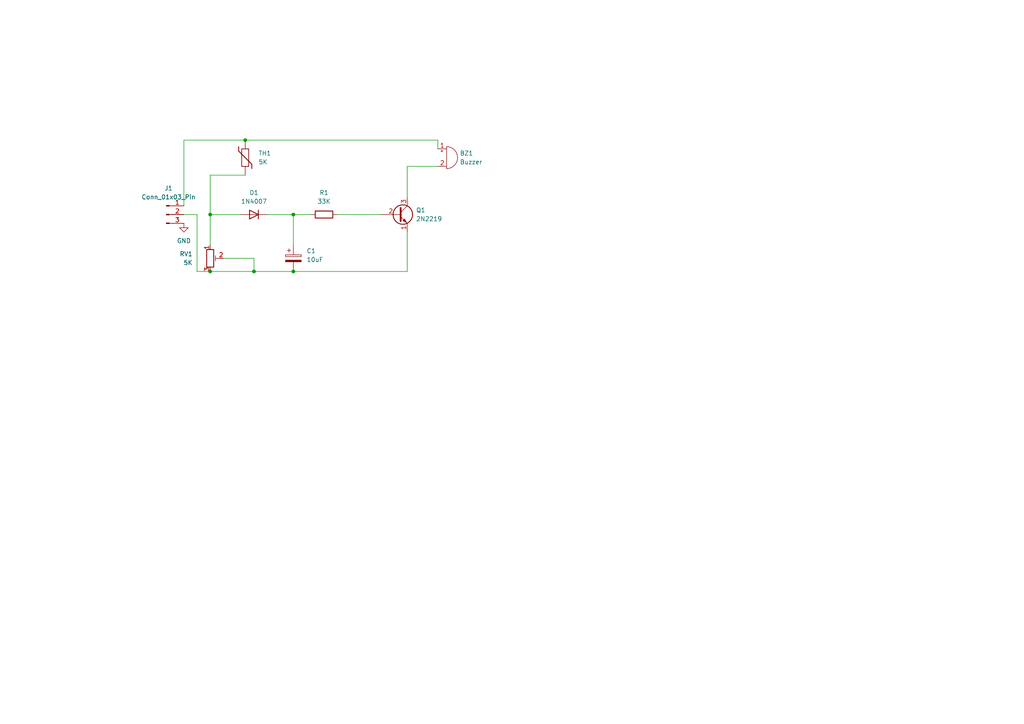
<source format=kicad_sch>
(kicad_sch (version 20230121) (generator eeschema)

  (uuid 2bf3cc7b-3515-4410-99e7-8cd3384f747f)

  (paper "A4")

  (title_block
    (title "Fire Sensor")
    (date "2024-02-26")
    (rev "v01")
    (comment 1 "By Karthik Thejendra")
  )

  (lib_symbols
    (symbol "Connector:Conn_01x03_Pin" (pin_names (offset 1.016) hide) (in_bom yes) (on_board yes)
      (property "Reference" "J" (at 0 5.08 0)
        (effects (font (size 1.27 1.27)))
      )
      (property "Value" "Conn_01x03_Pin" (at 0 -5.08 0)
        (effects (font (size 1.27 1.27)))
      )
      (property "Footprint" "" (at 0 0 0)
        (effects (font (size 1.27 1.27)) hide)
      )
      (property "Datasheet" "~" (at 0 0 0)
        (effects (font (size 1.27 1.27)) hide)
      )
      (property "ki_locked" "" (at 0 0 0)
        (effects (font (size 1.27 1.27)))
      )
      (property "ki_keywords" "connector" (at 0 0 0)
        (effects (font (size 1.27 1.27)) hide)
      )
      (property "ki_description" "Generic connector, single row, 01x03, script generated" (at 0 0 0)
        (effects (font (size 1.27 1.27)) hide)
      )
      (property "ki_fp_filters" "Connector*:*_1x??_*" (at 0 0 0)
        (effects (font (size 1.27 1.27)) hide)
      )
      (symbol "Conn_01x03_Pin_1_1"
        (polyline
          (pts
            (xy 1.27 -2.54)
            (xy 0.8636 -2.54)
          )
          (stroke (width 0.1524) (type default))
          (fill (type none))
        )
        (polyline
          (pts
            (xy 1.27 0)
            (xy 0.8636 0)
          )
          (stroke (width 0.1524) (type default))
          (fill (type none))
        )
        (polyline
          (pts
            (xy 1.27 2.54)
            (xy 0.8636 2.54)
          )
          (stroke (width 0.1524) (type default))
          (fill (type none))
        )
        (rectangle (start 0.8636 -2.413) (end 0 -2.667)
          (stroke (width 0.1524) (type default))
          (fill (type outline))
        )
        (rectangle (start 0.8636 0.127) (end 0 -0.127)
          (stroke (width 0.1524) (type default))
          (fill (type outline))
        )
        (rectangle (start 0.8636 2.667) (end 0 2.413)
          (stroke (width 0.1524) (type default))
          (fill (type outline))
        )
        (pin passive line (at 5.08 2.54 180) (length 3.81)
          (name "Pin_1" (effects (font (size 1.27 1.27))))
          (number "1" (effects (font (size 1.27 1.27))))
        )
        (pin passive line (at 5.08 0 180) (length 3.81)
          (name "Pin_2" (effects (font (size 1.27 1.27))))
          (number "2" (effects (font (size 1.27 1.27))))
        )
        (pin passive line (at 5.08 -2.54 180) (length 3.81)
          (name "Pin_3" (effects (font (size 1.27 1.27))))
          (number "3" (effects (font (size 1.27 1.27))))
        )
      )
    )
    (symbol "Device:Buzzer" (pin_names (offset 0.0254) hide) (in_bom yes) (on_board yes)
      (property "Reference" "BZ" (at 3.81 1.27 0)
        (effects (font (size 1.27 1.27)) (justify left))
      )
      (property "Value" "Buzzer" (at 3.81 -1.27 0)
        (effects (font (size 1.27 1.27)) (justify left))
      )
      (property "Footprint" "" (at -0.635 2.54 90)
        (effects (font (size 1.27 1.27)) hide)
      )
      (property "Datasheet" "~" (at -0.635 2.54 90)
        (effects (font (size 1.27 1.27)) hide)
      )
      (property "ki_keywords" "quartz resonator ceramic" (at 0 0 0)
        (effects (font (size 1.27 1.27)) hide)
      )
      (property "ki_description" "Buzzer, polarized" (at 0 0 0)
        (effects (font (size 1.27 1.27)) hide)
      )
      (property "ki_fp_filters" "*Buzzer*" (at 0 0 0)
        (effects (font (size 1.27 1.27)) hide)
      )
      (symbol "Buzzer_0_1"
        (arc (start 0 -3.175) (mid 3.1612 0) (end 0 3.175)
          (stroke (width 0) (type default))
          (fill (type none))
        )
        (polyline
          (pts
            (xy -1.651 1.905)
            (xy -1.143 1.905)
          )
          (stroke (width 0) (type default))
          (fill (type none))
        )
        (polyline
          (pts
            (xy -1.397 2.159)
            (xy -1.397 1.651)
          )
          (stroke (width 0) (type default))
          (fill (type none))
        )
        (polyline
          (pts
            (xy 0 3.175)
            (xy 0 -3.175)
          )
          (stroke (width 0) (type default))
          (fill (type none))
        )
      )
      (symbol "Buzzer_1_1"
        (pin passive line (at -2.54 2.54 0) (length 2.54)
          (name "-" (effects (font (size 1.27 1.27))))
          (number "1" (effects (font (size 1.27 1.27))))
        )
        (pin passive line (at -2.54 -2.54 0) (length 2.54)
          (name "+" (effects (font (size 1.27 1.27))))
          (number "2" (effects (font (size 1.27 1.27))))
        )
      )
    )
    (symbol "Device:C_Polarized" (pin_numbers hide) (pin_names (offset 0.254)) (in_bom yes) (on_board yes)
      (property "Reference" "C" (at 0.635 2.54 0)
        (effects (font (size 1.27 1.27)) (justify left))
      )
      (property "Value" "C_Polarized" (at 0.635 -2.54 0)
        (effects (font (size 1.27 1.27)) (justify left))
      )
      (property "Footprint" "" (at 0.9652 -3.81 0)
        (effects (font (size 1.27 1.27)) hide)
      )
      (property "Datasheet" "~" (at 0 0 0)
        (effects (font (size 1.27 1.27)) hide)
      )
      (property "ki_keywords" "cap capacitor" (at 0 0 0)
        (effects (font (size 1.27 1.27)) hide)
      )
      (property "ki_description" "Polarized capacitor" (at 0 0 0)
        (effects (font (size 1.27 1.27)) hide)
      )
      (property "ki_fp_filters" "CP_*" (at 0 0 0)
        (effects (font (size 1.27 1.27)) hide)
      )
      (symbol "C_Polarized_0_1"
        (rectangle (start -2.286 0.508) (end 2.286 1.016)
          (stroke (width 0) (type default))
          (fill (type none))
        )
        (polyline
          (pts
            (xy -1.778 2.286)
            (xy -0.762 2.286)
          )
          (stroke (width 0) (type default))
          (fill (type none))
        )
        (polyline
          (pts
            (xy -1.27 2.794)
            (xy -1.27 1.778)
          )
          (stroke (width 0) (type default))
          (fill (type none))
        )
        (rectangle (start 2.286 -0.508) (end -2.286 -1.016)
          (stroke (width 0) (type default))
          (fill (type outline))
        )
      )
      (symbol "C_Polarized_1_1"
        (pin passive line (at 0 3.81 270) (length 2.794)
          (name "~" (effects (font (size 1.27 1.27))))
          (number "1" (effects (font (size 1.27 1.27))))
        )
        (pin passive line (at 0 -3.81 90) (length 2.794)
          (name "~" (effects (font (size 1.27 1.27))))
          (number "2" (effects (font (size 1.27 1.27))))
        )
      )
    )
    (symbol "Device:D" (pin_numbers hide) (pin_names (offset 1.016) hide) (in_bom yes) (on_board yes)
      (property "Reference" "D" (at 0 2.54 0)
        (effects (font (size 1.27 1.27)))
      )
      (property "Value" "D" (at 0 -2.54 0)
        (effects (font (size 1.27 1.27)))
      )
      (property "Footprint" "" (at 0 0 0)
        (effects (font (size 1.27 1.27)) hide)
      )
      (property "Datasheet" "~" (at 0 0 0)
        (effects (font (size 1.27 1.27)) hide)
      )
      (property "Sim.Device" "D" (at 0 0 0)
        (effects (font (size 1.27 1.27)) hide)
      )
      (property "Sim.Pins" "1=K 2=A" (at 0 0 0)
        (effects (font (size 1.27 1.27)) hide)
      )
      (property "ki_keywords" "diode" (at 0 0 0)
        (effects (font (size 1.27 1.27)) hide)
      )
      (property "ki_description" "Diode" (at 0 0 0)
        (effects (font (size 1.27 1.27)) hide)
      )
      (property "ki_fp_filters" "TO-???* *_Diode_* *SingleDiode* D_*" (at 0 0 0)
        (effects (font (size 1.27 1.27)) hide)
      )
      (symbol "D_0_1"
        (polyline
          (pts
            (xy -1.27 1.27)
            (xy -1.27 -1.27)
          )
          (stroke (width 0.254) (type default))
          (fill (type none))
        )
        (polyline
          (pts
            (xy 1.27 0)
            (xy -1.27 0)
          )
          (stroke (width 0) (type default))
          (fill (type none))
        )
        (polyline
          (pts
            (xy 1.27 1.27)
            (xy 1.27 -1.27)
            (xy -1.27 0)
            (xy 1.27 1.27)
          )
          (stroke (width 0.254) (type default))
          (fill (type none))
        )
      )
      (symbol "D_1_1"
        (pin passive line (at -3.81 0 0) (length 2.54)
          (name "K" (effects (font (size 1.27 1.27))))
          (number "1" (effects (font (size 1.27 1.27))))
        )
        (pin passive line (at 3.81 0 180) (length 2.54)
          (name "A" (effects (font (size 1.27 1.27))))
          (number "2" (effects (font (size 1.27 1.27))))
        )
      )
    )
    (symbol "Device:R" (pin_numbers hide) (pin_names (offset 0)) (in_bom yes) (on_board yes)
      (property "Reference" "R" (at 2.032 0 90)
        (effects (font (size 1.27 1.27)))
      )
      (property "Value" "R" (at 0 0 90)
        (effects (font (size 1.27 1.27)))
      )
      (property "Footprint" "" (at -1.778 0 90)
        (effects (font (size 1.27 1.27)) hide)
      )
      (property "Datasheet" "~" (at 0 0 0)
        (effects (font (size 1.27 1.27)) hide)
      )
      (property "ki_keywords" "R res resistor" (at 0 0 0)
        (effects (font (size 1.27 1.27)) hide)
      )
      (property "ki_description" "Resistor" (at 0 0 0)
        (effects (font (size 1.27 1.27)) hide)
      )
      (property "ki_fp_filters" "R_*" (at 0 0 0)
        (effects (font (size 1.27 1.27)) hide)
      )
      (symbol "R_0_1"
        (rectangle (start -1.016 -2.54) (end 1.016 2.54)
          (stroke (width 0.254) (type default))
          (fill (type none))
        )
      )
      (symbol "R_1_1"
        (pin passive line (at 0 3.81 270) (length 1.27)
          (name "~" (effects (font (size 1.27 1.27))))
          (number "1" (effects (font (size 1.27 1.27))))
        )
        (pin passive line (at 0 -3.81 90) (length 1.27)
          (name "~" (effects (font (size 1.27 1.27))))
          (number "2" (effects (font (size 1.27 1.27))))
        )
      )
    )
    (symbol "Device:R_Potentiometer_Trim" (pin_names (offset 1.016) hide) (in_bom yes) (on_board yes)
      (property "Reference" "RV" (at -4.445 0 90)
        (effects (font (size 1.27 1.27)))
      )
      (property "Value" "R_Potentiometer_Trim" (at -2.54 0 90)
        (effects (font (size 1.27 1.27)))
      )
      (property "Footprint" "" (at 0 0 0)
        (effects (font (size 1.27 1.27)) hide)
      )
      (property "Datasheet" "~" (at 0 0 0)
        (effects (font (size 1.27 1.27)) hide)
      )
      (property "ki_keywords" "resistor variable trimpot trimmer" (at 0 0 0)
        (effects (font (size 1.27 1.27)) hide)
      )
      (property "ki_description" "Trim-potentiometer" (at 0 0 0)
        (effects (font (size 1.27 1.27)) hide)
      )
      (property "ki_fp_filters" "Potentiometer*" (at 0 0 0)
        (effects (font (size 1.27 1.27)) hide)
      )
      (symbol "R_Potentiometer_Trim_0_1"
        (polyline
          (pts
            (xy 1.524 0.762)
            (xy 1.524 -0.762)
          )
          (stroke (width 0) (type default))
          (fill (type none))
        )
        (polyline
          (pts
            (xy 2.54 0)
            (xy 1.524 0)
          )
          (stroke (width 0) (type default))
          (fill (type none))
        )
        (rectangle (start 1.016 2.54) (end -1.016 -2.54)
          (stroke (width 0.254) (type default))
          (fill (type none))
        )
      )
      (symbol "R_Potentiometer_Trim_1_1"
        (pin passive line (at 0 3.81 270) (length 1.27)
          (name "1" (effects (font (size 1.27 1.27))))
          (number "1" (effects (font (size 1.27 1.27))))
        )
        (pin passive line (at 3.81 0 180) (length 1.27)
          (name "2" (effects (font (size 1.27 1.27))))
          (number "2" (effects (font (size 1.27 1.27))))
        )
        (pin passive line (at 0 -3.81 90) (length 1.27)
          (name "3" (effects (font (size 1.27 1.27))))
          (number "3" (effects (font (size 1.27 1.27))))
        )
      )
    )
    (symbol "Device:Thermistor" (pin_numbers hide) (pin_names (offset 0)) (in_bom yes) (on_board yes)
      (property "Reference" "TH" (at 2.54 1.27 90)
        (effects (font (size 1.27 1.27)))
      )
      (property "Value" "Thermistor" (at -2.54 0 90)
        (effects (font (size 1.27 1.27)) (justify bottom))
      )
      (property "Footprint" "" (at 0 0 0)
        (effects (font (size 1.27 1.27)) hide)
      )
      (property "Datasheet" "~" (at 0 0 0)
        (effects (font (size 1.27 1.27)) hide)
      )
      (property "ki_keywords" "R res thermistor" (at 0 0 0)
        (effects (font (size 1.27 1.27)) hide)
      )
      (property "ki_description" "Temperature dependent resistor" (at 0 0 0)
        (effects (font (size 1.27 1.27)) hide)
      )
      (property "ki_fp_filters" "R_*" (at 0 0 0)
        (effects (font (size 1.27 1.27)) hide)
      )
      (symbol "Thermistor_0_1"
        (rectangle (start -1.016 2.54) (end 1.016 -2.54)
          (stroke (width 0.2032) (type default))
          (fill (type none))
        )
        (polyline
          (pts
            (xy -1.905 3.175)
            (xy -1.905 1.905)
            (xy 1.905 -1.905)
            (xy 1.905 -3.175)
            (xy 1.905 -3.175)
          )
          (stroke (width 0.254) (type default))
          (fill (type none))
        )
      )
      (symbol "Thermistor_1_1"
        (pin passive line (at 0 5.08 270) (length 2.54)
          (name "~" (effects (font (size 1.27 1.27))))
          (number "1" (effects (font (size 1.27 1.27))))
        )
        (pin passive line (at 0 -5.08 90) (length 2.54)
          (name "~" (effects (font (size 1.27 1.27))))
          (number "2" (effects (font (size 1.27 1.27))))
        )
      )
    )
    (symbol "Transistor_BJT:2N2219" (pin_names (offset 0) hide) (in_bom yes) (on_board yes)
      (property "Reference" "Q" (at 5.08 1.905 0)
        (effects (font (size 1.27 1.27)) (justify left))
      )
      (property "Value" "2N2219" (at 5.08 0 0)
        (effects (font (size 1.27 1.27)) (justify left))
      )
      (property "Footprint" "Package_TO_SOT_THT:TO-39-3" (at 5.08 -1.905 0)
        (effects (font (size 1.27 1.27) italic) (justify left) hide)
      )
      (property "Datasheet" "http://www.onsemi.com/pub_link/Collateral/2N2219-D.PDF" (at 0 0 0)
        (effects (font (size 1.27 1.27)) (justify left) hide)
      )
      (property "ki_keywords" "NPN Transistor" (at 0 0 0)
        (effects (font (size 1.27 1.27)) hide)
      )
      (property "ki_description" "800mA Ic, 50V Vce, NPN Transistor, TO-39" (at 0 0 0)
        (effects (font (size 1.27 1.27)) hide)
      )
      (property "ki_fp_filters" "TO?39*" (at 0 0 0)
        (effects (font (size 1.27 1.27)) hide)
      )
      (symbol "2N2219_0_1"
        (polyline
          (pts
            (xy 0.635 0.635)
            (xy 2.54 2.54)
          )
          (stroke (width 0) (type default))
          (fill (type none))
        )
        (polyline
          (pts
            (xy 0.635 -0.635)
            (xy 2.54 -2.54)
            (xy 2.54 -2.54)
          )
          (stroke (width 0) (type default))
          (fill (type none))
        )
        (polyline
          (pts
            (xy 0.635 1.905)
            (xy 0.635 -1.905)
            (xy 0.635 -1.905)
          )
          (stroke (width 0.508) (type default))
          (fill (type none))
        )
        (polyline
          (pts
            (xy 1.27 -1.778)
            (xy 1.778 -1.27)
            (xy 2.286 -2.286)
            (xy 1.27 -1.778)
            (xy 1.27 -1.778)
          )
          (stroke (width 0) (type default))
          (fill (type outline))
        )
        (circle (center 1.27 0) (radius 2.8194)
          (stroke (width 0.254) (type default))
          (fill (type none))
        )
      )
      (symbol "2N2219_1_1"
        (pin passive line (at 2.54 -5.08 90) (length 2.54)
          (name "E" (effects (font (size 1.27 1.27))))
          (number "1" (effects (font (size 1.27 1.27))))
        )
        (pin passive line (at -5.08 0 0) (length 5.715)
          (name "B" (effects (font (size 1.27 1.27))))
          (number "2" (effects (font (size 1.27 1.27))))
        )
        (pin passive line (at 2.54 5.08 270) (length 2.54)
          (name "C" (effects (font (size 1.27 1.27))))
          (number "3" (effects (font (size 1.27 1.27))))
        )
      )
    )
    (symbol "power:GND" (power) (pin_names (offset 0)) (in_bom yes) (on_board yes)
      (property "Reference" "#PWR" (at 0 -6.35 0)
        (effects (font (size 1.27 1.27)) hide)
      )
      (property "Value" "GND" (at 0 -3.81 0)
        (effects (font (size 1.27 1.27)))
      )
      (property "Footprint" "" (at 0 0 0)
        (effects (font (size 1.27 1.27)) hide)
      )
      (property "Datasheet" "" (at 0 0 0)
        (effects (font (size 1.27 1.27)) hide)
      )
      (property "ki_keywords" "global power" (at 0 0 0)
        (effects (font (size 1.27 1.27)) hide)
      )
      (property "ki_description" "Power symbol creates a global label with name \"GND\" , ground" (at 0 0 0)
        (effects (font (size 1.27 1.27)) hide)
      )
      (symbol "GND_0_1"
        (polyline
          (pts
            (xy 0 0)
            (xy 0 -1.27)
            (xy 1.27 -1.27)
            (xy 0 -2.54)
            (xy -1.27 -1.27)
            (xy 0 -1.27)
          )
          (stroke (width 0) (type default))
          (fill (type none))
        )
      )
      (symbol "GND_1_1"
        (pin power_in line (at 0 0 270) (length 0) hide
          (name "GND" (effects (font (size 1.27 1.27))))
          (number "1" (effects (font (size 1.27 1.27))))
        )
      )
    )
  )

  (junction (at 73.66 78.74) (diameter 0) (color 0 0 0 0)
    (uuid 72773405-6ff7-4f0e-b664-27bf4b021eae)
  )
  (junction (at 85.09 62.23) (diameter 0) (color 0 0 0 0)
    (uuid 75321174-2924-4063-9db5-5bee26b579c4)
  )
  (junction (at 85.09 78.74) (diameter 0) (color 0 0 0 0)
    (uuid 7aaddbe6-3129-4147-950e-24a9575d6e08)
  )
  (junction (at 60.96 78.74) (diameter 0) (color 0 0 0 0)
    (uuid 92fe9258-302b-4f73-8fa3-9ce5e6067902)
  )
  (junction (at 71.12 40.64) (diameter 0) (color 0 0 0 0)
    (uuid 99f8b523-53e7-4a47-8dec-14b0ef05e7a9)
  )
  (junction (at 60.96 62.23) (diameter 0) (color 0 0 0 0)
    (uuid a64c9c69-4170-4d5c-bc41-58d77dff0087)
  )

  (wire (pts (xy 127 48.26) (xy 118.11 48.26))
    (stroke (width 0) (type default))
    (uuid 06b4ff03-1d04-47fc-ba90-6a9ab0f154c8)
  )
  (wire (pts (xy 64.77 74.93) (xy 73.66 74.93))
    (stroke (width 0) (type default))
    (uuid 087cf404-fb2c-44a1-ab07-9d99d1fcf320)
  )
  (wire (pts (xy 73.66 78.74) (xy 85.09 78.74))
    (stroke (width 0) (type default))
    (uuid 1022e380-9800-46c2-bb86-950e1242e4b3)
  )
  (wire (pts (xy 85.09 62.23) (xy 90.17 62.23))
    (stroke (width 0) (type default))
    (uuid 1a027b33-f401-49b8-b4a3-d41c069d8daf)
  )
  (wire (pts (xy 60.96 62.23) (xy 69.85 62.23))
    (stroke (width 0) (type default))
    (uuid 37d4b822-a91b-4963-ad7f-d324a7f414e1)
  )
  (wire (pts (xy 53.34 40.64) (xy 71.12 40.64))
    (stroke (width 0) (type default))
    (uuid 3f7f5063-92d3-4497-8bc9-0ba91303a633)
  )
  (wire (pts (xy 71.12 40.64) (xy 127 40.64))
    (stroke (width 0) (type default))
    (uuid 5364342b-785f-4b9e-b44f-886fb36aef7c)
  )
  (wire (pts (xy 53.34 59.69) (xy 53.34 40.64))
    (stroke (width 0) (type default))
    (uuid 66b61556-1aab-4119-b55d-c5ac7d3291c2)
  )
  (wire (pts (xy 85.09 62.23) (xy 85.09 71.12))
    (stroke (width 0) (type default))
    (uuid 6cf19604-1be1-4550-8bc9-689333a8d0e7)
  )
  (wire (pts (xy 85.09 78.74) (xy 118.11 78.74))
    (stroke (width 0) (type default))
    (uuid 7c159230-d08d-4f4c-a255-76b563e9356c)
  )
  (wire (pts (xy 60.96 50.8) (xy 60.96 62.23))
    (stroke (width 0) (type default))
    (uuid 8ddd193f-12d8-45f5-b93f-ed20e3774e8b)
  )
  (wire (pts (xy 73.66 74.93) (xy 73.66 78.74))
    (stroke (width 0) (type default))
    (uuid 9c6d1245-52e7-48d2-a717-7101233c5a65)
  )
  (wire (pts (xy 77.47 62.23) (xy 85.09 62.23))
    (stroke (width 0) (type default))
    (uuid a4dec8cc-194c-443f-b7b2-a1afe68fc7dd)
  )
  (wire (pts (xy 118.11 78.74) (xy 118.11 67.31))
    (stroke (width 0) (type default))
    (uuid a91f2921-6956-4275-ab53-e8177cf9e3ca)
  )
  (wire (pts (xy 118.11 48.26) (xy 118.11 57.15))
    (stroke (width 0) (type default))
    (uuid ab6bebb8-a91c-4287-af50-af43a28311f6)
  )
  (wire (pts (xy 60.96 62.23) (xy 60.96 71.12))
    (stroke (width 0) (type default))
    (uuid b43d4032-0bd3-43f6-85e7-f95293750e12)
  )
  (wire (pts (xy 127 40.64) (xy 127 43.18))
    (stroke (width 0) (type default))
    (uuid b84e5a30-54d2-4149-b261-d46f80e466be)
  )
  (wire (pts (xy 53.34 62.23) (xy 57.15 62.23))
    (stroke (width 0) (type default))
    (uuid ba4dec8f-a147-4619-81f4-4669eb588cb8)
  )
  (wire (pts (xy 57.15 78.74) (xy 60.96 78.74))
    (stroke (width 0) (type default))
    (uuid bf1d688d-c1c0-473b-8aaa-4fe842e6b285)
  )
  (wire (pts (xy 57.15 62.23) (xy 57.15 78.74))
    (stroke (width 0) (type default))
    (uuid bf8c1e90-2cfd-45ad-b459-724313f9690f)
  )
  (wire (pts (xy 60.96 78.74) (xy 73.66 78.74))
    (stroke (width 0) (type default))
    (uuid d6207d4a-be99-4d68-9c5e-7073e8e24b47)
  )
  (wire (pts (xy 97.79 62.23) (xy 110.49 62.23))
    (stroke (width 0) (type default))
    (uuid ea294e96-8cc4-4512-ad0b-7875b4ed5d5a)
  )
  (wire (pts (xy 71.12 50.8) (xy 60.96 50.8))
    (stroke (width 0) (type default))
    (uuid f590d33a-af2e-4dbe-a447-9713e4a7f857)
  )

  (symbol (lib_id "Device:R_Potentiometer_Trim") (at 60.96 74.93 0) (unit 1)
    (in_bom yes) (on_board yes) (dnp no)
    (uuid 00906b55-c7f9-4bf5-a0d2-ccf19de95342)
    (property "Reference" "RV1" (at 55.88 73.66 0)
      (effects (font (size 1.27 1.27)) (justify right))
    )
    (property "Value" "5K" (at 55.88 76.2 0)
      (effects (font (size 1.27 1.27)) (justify right))
    )
    (property "Footprint" "Potentiometer_THT:Potentiometer_ACP_CA6-H2,5_Horizontal" (at 60.96 74.93 0)
      (effects (font (size 1.27 1.27)) hide)
    )
    (property "Datasheet" "~" (at 60.96 74.93 0)
      (effects (font (size 1.27 1.27)) hide)
    )
    (pin "1" (uuid 5ed8997f-7c7f-467e-8542-c1745d3a197a))
    (pin "2" (uuid d6d6137a-6ebc-4cb6-9447-515fc1348e8b))
    (pin "3" (uuid 9b3dd25d-f802-4378-a35d-fc1a391ae987))
    (instances
      (project "ABC"
        (path "/2bf3cc7b-3515-4410-99e7-8cd3384f747f"
          (reference "RV1") (unit 1)
        )
      )
    )
  )

  (symbol (lib_id "power:GND") (at 53.34 64.77 0) (unit 1)
    (in_bom yes) (on_board yes) (dnp no) (fields_autoplaced)
    (uuid 29e3c18f-5dd5-4613-a8b2-15835240c7e7)
    (property "Reference" "#PWR01" (at 53.34 71.12 0)
      (effects (font (size 1.27 1.27)) hide)
    )
    (property "Value" "GND" (at 53.34 69.85 0)
      (effects (font (size 1.27 1.27)))
    )
    (property "Footprint" "" (at 53.34 64.77 0)
      (effects (font (size 1.27 1.27)) hide)
    )
    (property "Datasheet" "" (at 53.34 64.77 0)
      (effects (font (size 1.27 1.27)) hide)
    )
    (pin "1" (uuid 895eca8b-0981-465c-8512-98282927b859))
    (instances
      (project "ABC"
        (path "/2bf3cc7b-3515-4410-99e7-8cd3384f747f"
          (reference "#PWR01") (unit 1)
        )
      )
    )
  )

  (symbol (lib_id "Device:C_Polarized") (at 85.09 74.93 0) (unit 1)
    (in_bom yes) (on_board yes) (dnp no) (fields_autoplaced)
    (uuid 2e5ec6be-b812-4292-9915-ecfa4827f519)
    (property "Reference" "C1" (at 88.9 72.771 0)
      (effects (font (size 1.27 1.27)) (justify left))
    )
    (property "Value" "10uF" (at 88.9 75.311 0)
      (effects (font (size 1.27 1.27)) (justify left))
    )
    (property "Footprint" "Capacitor_THT:CP_Radial_D10.0mm_P3.50mm" (at 86.0552 78.74 0)
      (effects (font (size 1.27 1.27)) hide)
    )
    (property "Datasheet" "~" (at 85.09 74.93 0)
      (effects (font (size 1.27 1.27)) hide)
    )
    (pin "1" (uuid c3d9e475-c6ac-4002-8d50-e8d70fce983a))
    (pin "2" (uuid bf5b8e2b-cf21-45b3-a442-7fb8a6ba8eb9))
    (instances
      (project "ABC"
        (path "/2bf3cc7b-3515-4410-99e7-8cd3384f747f"
          (reference "C1") (unit 1)
        )
      )
    )
  )

  (symbol (lib_id "Connector:Conn_01x03_Pin") (at 48.26 62.23 0) (unit 1)
    (in_bom yes) (on_board yes) (dnp no) (fields_autoplaced)
    (uuid 3cd6b6d1-eab2-4134-8a2c-06e231b1637a)
    (property "Reference" "J1" (at 48.895 54.61 0)
      (effects (font (size 1.27 1.27)))
    )
    (property "Value" "Conn_01x03_Pin" (at 48.895 57.15 0)
      (effects (font (size 1.27 1.27)))
    )
    (property "Footprint" "Connector_PinSocket_2.00mm:PinSocket_1x03_P2.00mm_Vertical_SMD_Pin1Right" (at 48.26 62.23 0)
      (effects (font (size 1.27 1.27)) hide)
    )
    (property "Datasheet" "~" (at 48.26 62.23 0)
      (effects (font (size 1.27 1.27)) hide)
    )
    (pin "1" (uuid 1218c52b-91a5-48a0-a1e5-2bc06806c997))
    (pin "2" (uuid e8e4d86b-6e65-4f7b-8830-f2c4bfbad6e6))
    (pin "3" (uuid 4b176bfb-be90-4d1e-bc45-9019ff5699c8))
    (instances
      (project "ABC"
        (path "/2bf3cc7b-3515-4410-99e7-8cd3384f747f"
          (reference "J1") (unit 1)
        )
      )
    )
  )

  (symbol (lib_id "Device:Thermistor") (at 71.12 45.72 0) (unit 1)
    (in_bom yes) (on_board yes) (dnp no) (fields_autoplaced)
    (uuid 76d54a3c-cc16-49ee-a64a-8cd872b7a4ce)
    (property "Reference" "TH1" (at 74.93 44.45 0)
      (effects (font (size 1.27 1.27)) (justify left))
    )
    (property "Value" "5K" (at 74.93 46.99 0)
      (effects (font (size 1.27 1.27)) (justify left))
    )
    (property "Footprint" "Connector_PinHeader_2.00mm:PinHeader_1x02_P2.00mm_Vertical" (at 71.12 45.72 0)
      (effects (font (size 1.27 1.27)) hide)
    )
    (property "Datasheet" "~" (at 71.12 45.72 0)
      (effects (font (size 1.27 1.27)) hide)
    )
    (pin "1" (uuid 2c003603-8df6-49b7-8a37-544424fd9f3a))
    (pin "2" (uuid d67eb0ef-8c11-4953-aa98-e648ffa0b570))
    (instances
      (project "ABC"
        (path "/2bf3cc7b-3515-4410-99e7-8cd3384f747f"
          (reference "TH1") (unit 1)
        )
      )
    )
  )

  (symbol (lib_id "Device:D") (at 73.66 62.23 180) (unit 1)
    (in_bom yes) (on_board yes) (dnp no) (fields_autoplaced)
    (uuid b346be29-db6b-42fd-932e-7e29bb63b549)
    (property "Reference" "D1" (at 73.66 55.88 0)
      (effects (font (size 1.27 1.27)))
    )
    (property "Value" "1N4007" (at 73.66 58.42 0)
      (effects (font (size 1.27 1.27)))
    )
    (property "Footprint" "Diode_THT:D_5KP_P10.16mm_Horizontal" (at 73.66 62.23 0)
      (effects (font (size 1.27 1.27)) hide)
    )
    (property "Datasheet" "~" (at 73.66 62.23 0)
      (effects (font (size 1.27 1.27)) hide)
    )
    (property "Sim.Device" "D" (at 73.66 62.23 0)
      (effects (font (size 1.27 1.27)) hide)
    )
    (property "Sim.Pins" "1=K 2=A" (at 73.66 62.23 0)
      (effects (font (size 1.27 1.27)) hide)
    )
    (pin "1" (uuid 1aaea27a-c4d2-4d0b-9a34-c671db5c31f8))
    (pin "2" (uuid 4098db8e-3425-4e7b-933d-912d3bac95f8))
    (instances
      (project "ABC"
        (path "/2bf3cc7b-3515-4410-99e7-8cd3384f747f"
          (reference "D1") (unit 1)
        )
      )
    )
  )

  (symbol (lib_id "Device:Buzzer") (at 129.54 45.72 0) (unit 1)
    (in_bom yes) (on_board yes) (dnp no) (fields_autoplaced)
    (uuid bc4d706b-5cfb-4880-a175-ee2759c74514)
    (property "Reference" "BZ1" (at 133.35 44.45 0)
      (effects (font (size 1.27 1.27)) (justify left))
    )
    (property "Value" "Buzzer" (at 133.35 46.99 0)
      (effects (font (size 1.27 1.27)) (justify left))
    )
    (property "Footprint" "Buzzer_Beeper:Buzzer_12x9.5RM7.6" (at 128.905 43.18 90)
      (effects (font (size 1.27 1.27)) hide)
    )
    (property "Datasheet" "~" (at 128.905 43.18 90)
      (effects (font (size 1.27 1.27)) hide)
    )
    (pin "1" (uuid 25a28f6e-7700-402f-8ca8-46390b7f1912))
    (pin "2" (uuid 7a752881-9ab9-494f-b738-03878f722bef))
    (instances
      (project "ABC"
        (path "/2bf3cc7b-3515-4410-99e7-8cd3384f747f"
          (reference "BZ1") (unit 1)
        )
      )
    )
  )

  (symbol (lib_id "Device:R") (at 93.98 62.23 90) (unit 1)
    (in_bom yes) (on_board yes) (dnp no) (fields_autoplaced)
    (uuid d1281c13-d533-4fe3-bf3b-8788aaa18bb7)
    (property "Reference" "R1" (at 93.98 55.88 90)
      (effects (font (size 1.27 1.27)))
    )
    (property "Value" "33K" (at 93.98 58.42 90)
      (effects (font (size 1.27 1.27)))
    )
    (property "Footprint" "Resistor_THT:R_Axial_DIN0411_L9.9mm_D3.6mm_P12.70mm_Horizontal" (at 93.98 64.008 90)
      (effects (font (size 1.27 1.27)) hide)
    )
    (property "Datasheet" "~" (at 93.98 62.23 0)
      (effects (font (size 1.27 1.27)) hide)
    )
    (pin "1" (uuid fa21232b-094f-4600-8dea-9ae4b27a034e))
    (pin "2" (uuid 7d0ae23f-0686-4e73-bce0-9d4d65a85b96))
    (instances
      (project "ABC"
        (path "/2bf3cc7b-3515-4410-99e7-8cd3384f747f"
          (reference "R1") (unit 1)
        )
      )
    )
  )

  (symbol (lib_id "Transistor_BJT:2N2219") (at 115.57 62.23 0) (unit 1)
    (in_bom yes) (on_board yes) (dnp no) (fields_autoplaced)
    (uuid f682107d-87f3-47cd-b39a-db8080e8d429)
    (property "Reference" "Q1" (at 120.65 60.96 0)
      (effects (font (size 1.27 1.27)) (justify left))
    )
    (property "Value" "2N2219" (at 120.65 63.5 0)
      (effects (font (size 1.27 1.27)) (justify left))
    )
    (property "Footprint" "Package_TO_SOT_THT:TO-39-3" (at 120.65 64.135 0)
      (effects (font (size 1.27 1.27) italic) (justify left) hide)
    )
    (property "Datasheet" "http://www.onsemi.com/pub_link/Collateral/2N2219-D.PDF" (at 115.57 62.23 0)
      (effects (font (size 1.27 1.27)) (justify left) hide)
    )
    (pin "1" (uuid 14536f13-618e-4984-a4f3-5ba3ee09e5b5))
    (pin "2" (uuid e825db53-5fc0-4ac3-9e8f-d8094f00bf31))
    (pin "3" (uuid 3ad65684-12e9-4ad7-bbe6-237af6ba2815))
    (instances
      (project "ABC"
        (path "/2bf3cc7b-3515-4410-99e7-8cd3384f747f"
          (reference "Q1") (unit 1)
        )
      )
    )
  )

  (sheet_instances
    (path "/" (page "1"))
  )
)

</source>
